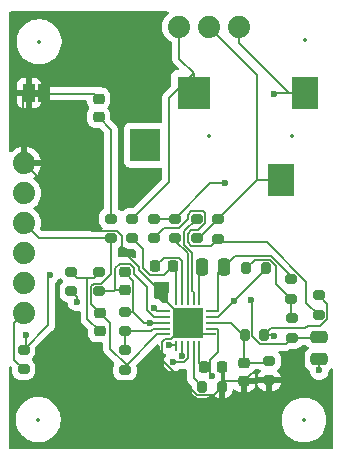
<source format=gtl>
%TF.GenerationSoftware,KiCad,Pcbnew,8.0.8*%
%TF.CreationDate,2025-02-23T18:34:37+05:30*%
%TF.ProjectId,my-template,6d792d74-656d-4706-9c61-74652e6b6963,rev?*%
%TF.SameCoordinates,Original*%
%TF.FileFunction,Copper,L1,Top*%
%TF.FilePolarity,Positive*%
%FSLAX46Y46*%
G04 Gerber Fmt 4.6, Leading zero omitted, Abs format (unit mm)*
G04 Created by KiCad (PCBNEW 8.0.8) date 2025-02-23 18:34:37*
%MOMM*%
%LPD*%
G01*
G04 APERTURE LIST*
G04 Aperture macros list*
%AMRoundRect*
0 Rectangle with rounded corners*
0 $1 Rounding radius*
0 $2 $3 $4 $5 $6 $7 $8 $9 X,Y pos of 4 corners*
0 Add a 4 corners polygon primitive as box body*
4,1,4,$2,$3,$4,$5,$6,$7,$8,$9,$2,$3,0*
0 Add four circle primitives for the rounded corners*
1,1,$1+$1,$2,$3*
1,1,$1+$1,$4,$5*
1,1,$1+$1,$6,$7*
1,1,$1+$1,$8,$9*
0 Add four rect primitives between the rounded corners*
20,1,$1+$1,$2,$3,$4,$5,0*
20,1,$1+$1,$4,$5,$6,$7,0*
20,1,$1+$1,$6,$7,$8,$9,0*
20,1,$1+$1,$8,$9,$2,$3,0*%
G04 Aperture macros list end*
%TA.AperFunction,EtchedComponent*%
%ADD10C,0.000000*%
%TD*%
%TA.AperFunction,SMDPad,CuDef*%
%ADD11RoundRect,0.250000X-0.250000X-0.475000X0.250000X-0.475000X0.250000X0.475000X-0.250000X0.475000X0*%
%TD*%
%TA.AperFunction,SMDPad,CuDef*%
%ADD12RoundRect,0.200000X-0.200000X-0.275000X0.200000X-0.275000X0.200000X0.275000X-0.200000X0.275000X0*%
%TD*%
%TA.AperFunction,SMDPad,CuDef*%
%ADD13RoundRect,0.200000X-0.275000X0.200000X-0.275000X-0.200000X0.275000X-0.200000X0.275000X0.200000X0*%
%TD*%
%TA.AperFunction,SMDPad,CuDef*%
%ADD14R,0.274600X0.804800*%
%TD*%
%TA.AperFunction,SMDPad,CuDef*%
%ADD15R,0.804800X0.274600*%
%TD*%
%TA.AperFunction,SMDPad,CuDef*%
%ADD16R,2.650000X2.650000*%
%TD*%
%TA.AperFunction,SMDPad,CuDef*%
%ADD17RoundRect,0.218750X-0.256250X0.218750X-0.256250X-0.218750X0.256250X-0.218750X0.256250X0.218750X0*%
%TD*%
%TA.AperFunction,SMDPad,CuDef*%
%ADD18RoundRect,0.225000X-0.225000X-0.250000X0.225000X-0.250000X0.225000X0.250000X-0.225000X0.250000X0*%
%TD*%
%TA.AperFunction,ComponentPad*%
%ADD19C,1.879600*%
%TD*%
%TA.AperFunction,SMDPad,CuDef*%
%ADD20RoundRect,0.250000X-0.475000X0.250000X-0.475000X-0.250000X0.475000X-0.250000X0.475000X0.250000X0*%
%TD*%
%TA.AperFunction,SMDPad,CuDef*%
%ADD21R,1.000000X1.500000*%
%TD*%
%TA.AperFunction,SMDPad,CuDef*%
%ADD22RoundRect,0.225000X0.250000X-0.225000X0.250000X0.225000X-0.250000X0.225000X-0.250000X-0.225000X0*%
%TD*%
%TA.AperFunction,SMDPad,CuDef*%
%ADD23RoundRect,0.200000X0.275000X-0.200000X0.275000X0.200000X-0.275000X0.200000X-0.275000X-0.200000X0*%
%TD*%
%TA.AperFunction,SMDPad,CuDef*%
%ADD24R,2.200000X2.800000*%
%TD*%
%TA.AperFunction,SMDPad,CuDef*%
%ADD25R,2.800000X2.800000*%
%TD*%
%TA.AperFunction,SMDPad,CuDef*%
%ADD26R,2.600000X2.800000*%
%TD*%
%TA.AperFunction,SMDPad,CuDef*%
%ADD27RoundRect,0.225000X-0.250000X0.225000X-0.250000X-0.225000X0.250000X-0.225000X0.250000X0.225000X0*%
%TD*%
%TA.AperFunction,ViaPad*%
%ADD28C,0.600000*%
%TD*%
%TA.AperFunction,Conductor*%
%ADD29C,0.150000*%
%TD*%
%ADD30C,0.350000*%
G04 APERTURE END LIST*
D10*
%TA.AperFunction,EtchedComponent*%
%TO.C,JP1*%
G36*
X133080000Y-83580000D02*
G01*
X132580000Y-83580000D01*
X132580000Y-82980000D01*
X133080000Y-82980000D01*
X133080000Y-83580000D01*
G37*
%TD.AperFunction*%
%TD*%
D11*
%TO.P,C4,1*%
%TO.N,/HPDRIVE*%
X146800000Y-97990000D03*
%TO.P,C4,2*%
%TO.N,/HPSENSE*%
X148700000Y-97990000D03*
%TD*%
D12*
%TO.P,R10,1*%
%TO.N,/REFIN*%
X150440000Y-103740000D03*
%TO.P,R10,2*%
%TO.N,+3V3*%
X152090000Y-103740000D03*
%TD*%
D13*
%TO.P,R8,1*%
%TO.N,/REFOUT*%
X140330000Y-101785000D03*
%TO.P,R8,2*%
%TO.N,/OPAMP-*%
X140330000Y-103435000D03*
%TD*%
%TO.P,R13,1*%
%TO.N,/HPSENSE*%
X154380000Y-99050000D03*
%TO.P,R13,2*%
%TO.N,Net-(R11-Pad1)*%
X154380000Y-100700000D03*
%TD*%
D14*
%TO.P,U1,1,HPDRIVE*%
%TO.N,/HPDRIVE*%
X146610001Y-100757601D03*
%TO.P,U1,2,IN+*%
%TO.N,/IN+*%
X146109999Y-100757601D03*
%TO.P,U1,3,IN-*%
%TO.N,/IN-*%
X145610000Y-100757601D03*
%TO.P,U1,4,RLDFB*%
%TO.N,/RLDFB*%
X145110001Y-100757601D03*
%TO.P,U1,5,RLD*%
%TO.N,/RLD*%
X144609999Y-100757601D03*
D15*
%TO.P,U1,6,SW*%
%TO.N,/SW*%
X143657601Y-101709999D03*
%TO.P,U1,7,OPAMP+*%
%TO.N,/OPAMP+*%
X143657601Y-102210001D03*
%TO.P,U1,8,REFOUT*%
%TO.N,/REFOUT*%
X143657601Y-102710000D03*
%TO.P,U1,9,OPAMP-*%
%TO.N,/OPAMP-*%
X143657601Y-103209999D03*
%TO.P,U1,10,OUT*%
%TO.N,/SIGNAL_OUT*%
X143657601Y-103710001D03*
D14*
%TO.P,U1,11,LOD-*%
%TO.N,/LO-*%
X144609999Y-104662399D03*
%TO.P,U1,12,LOD+*%
%TO.N,/LO+*%
X145110001Y-104662399D03*
%TO.P,U1,13,\u002ASDN*%
%TO.N,/SDN*%
X145610000Y-104662399D03*
%TO.P,U1,14,AC/\u002ADC*%
%TO.N,/AC*%
X146109999Y-104662399D03*
%TO.P,U1,15,FR*%
%TO.N,+3V3*%
X146610001Y-104662399D03*
D15*
%TO.P,U1,16,GND*%
%TO.N,GND*%
X147562399Y-103710001D03*
%TO.P,U1,17,VS+*%
%TO.N,+3V3*%
X147562399Y-103209999D03*
%TO.P,U1,18,REFIN*%
%TO.N,/REFIN*%
X147562399Y-102710000D03*
%TO.P,U1,19,IAOUT*%
%TO.N,/IAOUT*%
X147562399Y-102210001D03*
%TO.P,U1,20,HPSENSE*%
%TO.N,/HPSENSE*%
X147562399Y-101709999D03*
D16*
%TO.P,U1,HTAB,EPAD*%
%TO.N,GND*%
X145610000Y-102710000D03*
%TD*%
D17*
%TO.P,D1,1,K*%
%TO.N,Net-(D1-K)*%
X138065100Y-83735000D03*
%TO.P,D1,2,A*%
%TO.N,Net-(D1-A)*%
X138065100Y-85310000D03*
%TD*%
D18*
%TO.P,C5,1*%
%TO.N,+3V3*%
X146955100Y-106455000D03*
%TO.P,C5,2*%
%TO.N,GND*%
X148505100Y-106455000D03*
%TD*%
D12*
%TO.P,R11,1*%
%TO.N,Net-(R11-Pad1)*%
X150560000Y-98100000D03*
%TO.P,R11,2*%
%TO.N,/IAOUT*%
X152210000Y-98100000D03*
%TD*%
D13*
%TO.P,R7,1*%
%TO.N,Net-(C1-Pad1)*%
X138140000Y-98420000D03*
%TO.P,R7,2*%
%TO.N,/OPAMP+*%
X138140000Y-100070000D03*
%TD*%
D19*
%TO.P,J3,1,Pin_1*%
%TO.N,GND*%
X131765100Y-89215000D03*
%TO.P,J3,2,Pin_2*%
%TO.N,+3V3*%
X131765100Y-91755000D03*
%TO.P,J3,3,Pin_3*%
%TO.N,/SIGNAL_OUT*%
X131765100Y-94295000D03*
%TO.P,J3,4,Pin_4*%
%TO.N,/LO-*%
X131765100Y-96835000D03*
%TO.P,J3,5,Pin_5*%
%TO.N,/LO+*%
X131765100Y-99375000D03*
%TO.P,J3,6,Pin_6*%
%TO.N,/SDN*%
X131765100Y-101915000D03*
%TD*%
D13*
%TO.P,R16,1*%
%TO.N,Net-(D1-A)*%
X139116600Y-93905000D03*
%TO.P,R16,2*%
%TO.N,/SIGNAL_OUT*%
X139116600Y-95555000D03*
%TD*%
D18*
%TO.P,C2,1*%
%TO.N,/RLDFB*%
X142860000Y-97930000D03*
%TO.P,C2,2*%
%TO.N,/RLD*%
X144410000Y-97930000D03*
%TD*%
D13*
%TO.P,R3,1*%
%TO.N,/IN+*%
X146363400Y-93925000D03*
%TO.P,R3,2*%
%TO.N,/LA*%
X146363400Y-95575000D03*
%TD*%
D20*
%TO.P,C6,1*%
%TO.N,/SW*%
X156740000Y-103900000D03*
%TO.P,C6,2*%
%TO.N,/REFOUT*%
X156740000Y-105800000D03*
%TD*%
D21*
%TO.P,JP1,1,A*%
%TO.N,GND*%
X132180000Y-83280000D03*
%TO.P,JP1,2,B*%
%TO.N,Net-(D1-K)*%
X133480000Y-83280000D03*
%TD*%
D13*
%TO.P,R15,1*%
%TO.N,+3V3*%
X131715100Y-104995000D03*
%TO.P,R15,2*%
%TO.N,/SDN*%
X131715100Y-106645000D03*
%TD*%
%TO.P,R6,1*%
%TO.N,Net-(C1-Pad1)*%
X135750000Y-98400000D03*
%TO.P,R6,2*%
%TO.N,/IAOUT*%
X135750000Y-100050000D03*
%TD*%
%TO.P,R5,1*%
%TO.N,/RL*%
X140928300Y-93905000D03*
%TO.P,R5,2*%
%TO.N,/RLD*%
X140928300Y-95555000D03*
%TD*%
%TO.P,R1,1*%
%TO.N,/LA*%
X148175100Y-93935000D03*
%TO.P,R1,2*%
%TO.N,Net-(R1-Pad2)*%
X148175100Y-95585000D03*
%TD*%
%TO.P,R14,1*%
%TO.N,/REFIN*%
X152520000Y-105940000D03*
%TO.P,R14,2*%
%TO.N,GND*%
X152520000Y-107590000D03*
%TD*%
D22*
%TO.P,C1,1*%
%TO.N,Net-(C1-Pad1)*%
X138170000Y-103430000D03*
%TO.P,C1,2*%
%TO.N,/SIGNAL_OUT*%
X138170000Y-101880000D03*
%TD*%
D23*
%TO.P,R2,1*%
%TO.N,Net-(R1-Pad2)*%
X142740000Y-95550000D03*
%TO.P,R2,2*%
%TO.N,/RA*%
X142740000Y-93900000D03*
%TD*%
D13*
%TO.P,R17,1*%
%TO.N,+3V3*%
X156700000Y-100380000D03*
%TO.P,R17,2*%
%TO.N,Net-(R1-Pad2)*%
X156700000Y-102030000D03*
%TD*%
D24*
%TO.P,J2,1*%
%TO.N,/RA*%
X155515100Y-83225000D03*
D25*
%TO.P,J2,2*%
%TO.N,/RL*%
X146115100Y-83225000D03*
D24*
%TO.P,J2,3*%
%TO.N,/LA*%
X153515100Y-90625000D03*
D26*
%TO.P,J2,4*%
%TO.N,unconnected-(J2-Pad4)*%
X142015100Y-87675000D03*
%TD*%
D23*
%TO.P,R4,1*%
%TO.N,/IN-*%
X144551700Y-95545000D03*
%TO.P,R4,2*%
%TO.N,/RA*%
X144551700Y-93895000D03*
%TD*%
D19*
%TO.P,J1,1,Pin_1*%
%TO.N,/RL*%
X144905100Y-77675000D03*
%TO.P,J1,2,Pin_2*%
%TO.N,/LA*%
X147445100Y-77675000D03*
%TO.P,J1,3,Pin_3*%
%TO.N,/RA*%
X149985100Y-77675000D03*
%TD*%
D12*
%TO.P,R19,1*%
%TO.N,/AC*%
X146855100Y-108125000D03*
%TO.P,R19,2*%
%TO.N,GND*%
X148505100Y-108125000D03*
%TD*%
D23*
%TO.P,R12,1*%
%TO.N,/SW*%
X154430000Y-104000000D03*
%TO.P,R12,2*%
%TO.N,Net-(R11-Pad1)*%
X154430000Y-102350000D03*
%TD*%
D13*
%TO.P,R9,1*%
%TO.N,/OPAMP-*%
X140310000Y-105045000D03*
%TO.P,R9,2*%
%TO.N,/SIGNAL_OUT*%
X140310000Y-106695000D03*
%TD*%
D22*
%TO.P,C3,1*%
%TO.N,/OPAMP+*%
X140290000Y-99970000D03*
%TO.P,C3,2*%
%TO.N,/REFOUT*%
X140290000Y-98420000D03*
%TD*%
D27*
%TO.P,C7,1*%
%TO.N,/REFIN*%
X150370000Y-106100000D03*
%TO.P,C7,2*%
%TO.N,GND*%
X150370000Y-107650000D03*
%TD*%
D28*
%TO.N,/REFOUT*%
X142450700Y-102710000D03*
X156740000Y-106756100D03*
%TO.N,+3V3*%
X147680500Y-107203300D03*
X152948200Y-103866900D03*
X133944382Y-98705718D03*
X131936800Y-103768900D03*
%TO.N,/SW*%
X142791500Y-101462100D03*
X151005100Y-100805000D03*
%TO.N,/RA*%
X152895100Y-83315000D03*
X148795100Y-90915000D03*
%TO.N,/SDN*%
X144370862Y-106048600D03*
%TO.N,/LO-*%
X144016600Y-104602800D03*
%TO.N,/LO+*%
X145108400Y-105523600D03*
%TO.N,/IAOUT*%
X136233600Y-100921400D03*
X149507100Y-100894300D03*
%TD*%
D29*
%TO.N,/SIGNAL_OUT*%
X138303000Y-99408800D02*
X137647800Y-99408800D01*
X138170000Y-101880000D02*
X139043900Y-102753900D01*
X131765100Y-94295000D02*
X133025100Y-95555000D01*
X139116600Y-98595200D02*
X138303000Y-99408800D01*
X140310000Y-106695000D02*
X140310000Y-106428500D01*
X133025100Y-95555000D02*
X139116600Y-95555000D01*
X140438900Y-106299600D02*
X143028500Y-103710000D01*
X137647800Y-99408800D02*
X137429500Y-99627100D01*
X139043900Y-104904700D02*
X140438900Y-106299600D01*
X140310000Y-106428500D02*
X140438900Y-106299600D01*
X139116600Y-95555000D02*
X139116600Y-98595200D01*
X137429500Y-101139500D02*
X138170000Y-101880000D01*
X137429500Y-99627100D02*
X137429500Y-101139500D01*
X139043900Y-102753900D02*
X139043900Y-104904700D01*
X143657600Y-103710000D02*
X143028500Y-103710000D01*
%TO.N,Net-(C1-Pad1)*%
X137127800Y-102387800D02*
X138170000Y-103430000D01*
X137127800Y-98912000D02*
X137127800Y-102387800D01*
X137127800Y-98912000D02*
X137648000Y-98912000D01*
X135750000Y-98400000D02*
X136262000Y-98912000D01*
X136262000Y-98912000D02*
X137127800Y-98912000D01*
X137648000Y-98912000D02*
X138140000Y-98420000D01*
%TO.N,/RLDFB*%
X143574700Y-97215300D02*
X144870400Y-97215300D01*
X142860000Y-97930000D02*
X143574700Y-97215300D01*
X144870400Y-97215300D02*
X145110000Y-97454900D01*
X145110000Y-97454900D02*
X145110000Y-100757600D01*
%TO.N,/RLD*%
X141817600Y-96444300D02*
X140928300Y-95555000D01*
X144610000Y-98130000D02*
X144610000Y-100757600D01*
X144410000Y-97930000D02*
X144610000Y-98130000D01*
X144410000Y-97930000D02*
X143647300Y-98692700D01*
X141817600Y-98061800D02*
X141817600Y-96444300D01*
X143647300Y-98692700D02*
X142448500Y-98692700D01*
X142448500Y-98692700D02*
X141817600Y-98061800D01*
%TO.N,/OPAMP+*%
X142794600Y-102210000D02*
X143028500Y-102210000D01*
X139849000Y-97736300D02*
X140766400Y-97736300D01*
X141108000Y-98632500D02*
X142185800Y-99710300D01*
X143657600Y-102210000D02*
X143028500Y-102210000D01*
X140290000Y-99970000D02*
X139502800Y-99970000D01*
X139502800Y-99970000D02*
X139502800Y-98082500D01*
X141108000Y-98077900D02*
X141108000Y-98632500D01*
X140766400Y-97736300D02*
X141108000Y-98077900D01*
X142185800Y-101601200D02*
X142794600Y-102210000D01*
X139502800Y-98082500D02*
X139849000Y-97736300D01*
X142185800Y-99710300D02*
X142185800Y-101601200D01*
X139402800Y-100070000D02*
X139502800Y-99970000D01*
X138140000Y-100070000D02*
X139402800Y-100070000D01*
%TO.N,/REFOUT*%
X156740000Y-105800000D02*
X156740000Y-106756100D01*
X141947200Y-102710000D02*
X142450700Y-102710000D01*
X141022200Y-101785000D02*
X141947200Y-102710000D01*
X140330000Y-101785000D02*
X141022200Y-101785000D01*
X140290000Y-98420000D02*
X141022200Y-99152200D01*
X141022200Y-99152200D02*
X141022200Y-101785000D01*
X143657600Y-102710000D02*
X142450700Y-102710000D01*
%TO.N,/HPSENSE*%
X148700000Y-97990000D02*
X149646700Y-97043300D01*
X148191500Y-98498500D02*
X148700000Y-97990000D01*
X148191500Y-101710000D02*
X148191500Y-98498500D01*
X154380000Y-98723900D02*
X154380000Y-99050000D01*
X149646700Y-97043300D02*
X152699400Y-97043300D01*
X152699400Y-97043300D02*
X154380000Y-98723900D01*
X147562400Y-101710000D02*
X148191500Y-101710000D01*
%TO.N,/HPDRIVE*%
X146610000Y-98180000D02*
X146800000Y-97990000D01*
X146610000Y-100757600D02*
X146610000Y-98180000D01*
%TO.N,+3V3*%
X146955100Y-106455000D02*
X147497500Y-106455000D01*
X148191500Y-105218600D02*
X147497500Y-105912600D01*
X133795100Y-98855000D02*
X133795100Y-102915000D01*
X157437700Y-101117700D02*
X157437700Y-102387300D01*
X156700000Y-100380000D02*
X157437700Y-101117700D01*
X147562400Y-103210000D02*
X148191500Y-103210000D01*
X152655000Y-103175000D02*
X152090000Y-103740000D01*
X147497500Y-105912600D02*
X147497500Y-106455000D01*
X155589800Y-103175000D02*
X152655000Y-103175000D01*
X152948200Y-103866900D02*
X152821300Y-103740000D01*
X133795100Y-102915000D02*
X131715100Y-104995000D01*
X155788800Y-102976000D02*
X155589800Y-103175000D01*
X147497500Y-107020300D02*
X147680500Y-107203300D01*
X146610000Y-106109900D02*
X146610000Y-104662400D01*
X146955100Y-106455000D02*
X146610000Y-106109900D01*
X156849000Y-102976000D02*
X155788800Y-102976000D01*
X148191500Y-103210000D02*
X148191500Y-105218600D01*
X147497500Y-106455000D02*
X147497500Y-107020300D01*
X131936800Y-104773300D02*
X131715100Y-104995000D01*
X131936800Y-103768900D02*
X131936800Y-104773300D01*
X152821300Y-103740000D02*
X152090000Y-103740000D01*
X133944382Y-98705718D02*
X133795100Y-98855000D01*
X157437700Y-102387300D02*
X156849000Y-102976000D01*
%TO.N,GND*%
X154430000Y-107590000D02*
X152520000Y-107590000D01*
X143705600Y-104076100D02*
X144243900Y-104076100D01*
X151380000Y-109860000D02*
X151390000Y-109870000D01*
X140066200Y-96522300D02*
X140066200Y-95402900D01*
X151070000Y-106950000D02*
X151380000Y-106950000D01*
X143447100Y-105867300D02*
X143447100Y-104334600D01*
X151390000Y-109870000D02*
X152150000Y-109870000D01*
X139589300Y-94926000D02*
X137476100Y-94926000D01*
X142830500Y-99586100D02*
X141515900Y-98271500D01*
X152150000Y-109870000D02*
X154430000Y-107590000D01*
X147562400Y-103710000D02*
X146610000Y-103710000D01*
X151380000Y-106950000D02*
X151380000Y-109860000D01*
X148505100Y-107650000D02*
X148505100Y-108125000D01*
X150370000Y-107650000D02*
X151070000Y-106950000D01*
X143447100Y-104334600D02*
X143705600Y-104076100D01*
X140066200Y-95402900D02*
X139589300Y-94926000D01*
X144243900Y-104076100D02*
X145610000Y-102710000D01*
X145610000Y-102710000D02*
X142830500Y-99930500D01*
X131645100Y-89095000D02*
X131765100Y-89215000D01*
X146610000Y-103710000D02*
X145610000Y-102710000D01*
X147802400Y-108827700D02*
X146407500Y-108827700D01*
X142830500Y-99930500D02*
X142830500Y-99586100D01*
X148505100Y-107650000D02*
X148505100Y-106455000D01*
X148505100Y-108125000D02*
X147802400Y-108827700D01*
X141515900Y-97972000D02*
X140066200Y-96522300D01*
X146407500Y-108827700D02*
X143447100Y-105867300D01*
X137476100Y-94926000D02*
X131765100Y-89215000D01*
X148505100Y-107650000D02*
X150370000Y-107650000D01*
X141515900Y-98271500D02*
X141515900Y-97972000D01*
X131645100Y-83315000D02*
X131645100Y-89095000D01*
%TO.N,/SW*%
X151065000Y-100864900D02*
X151065000Y-103807300D01*
X143028500Y-101699100D02*
X143028500Y-101710000D01*
X151065000Y-103807300D02*
X151762400Y-104504700D01*
X142791500Y-101462100D02*
X143028500Y-101699100D01*
X156740000Y-103900000D02*
X156640000Y-104000000D01*
X143657600Y-101710000D02*
X143028500Y-101710000D01*
X153925300Y-104504700D02*
X154430000Y-104000000D01*
X151762400Y-104504700D02*
X153925300Y-104504700D01*
X156640000Y-104000000D02*
X154430000Y-104000000D01*
X151005100Y-100805000D02*
X151065000Y-100864900D01*
%TO.N,/REFIN*%
X152520000Y-105940000D02*
X152360000Y-106100000D01*
X147562400Y-102710000D02*
X149270000Y-102710000D01*
X152360000Y-106100000D02*
X150370000Y-106100000D01*
X149270000Y-102710000D02*
X150370000Y-103810000D01*
X150370000Y-106100000D02*
X150370000Y-103810000D01*
X150370000Y-103810000D02*
X150440000Y-103740000D01*
%TO.N,Net-(D1-A)*%
X139116600Y-86361500D02*
X139116600Y-93905000D01*
X138065100Y-85310000D02*
X139116600Y-86361500D01*
%TO.N,Net-(D1-K)*%
X137645100Y-83315000D02*
X138065100Y-83735000D01*
X132945100Y-83315000D02*
X137645100Y-83315000D01*
%TO.N,/RA*%
X142745000Y-93895000D02*
X142740000Y-93900000D01*
X149985100Y-79021700D02*
X154188400Y-83225000D01*
X147531700Y-90915000D02*
X148795100Y-90915000D01*
X149985100Y-77675000D02*
X149985100Y-79021700D01*
X152895100Y-83315000D02*
X152985100Y-83225000D01*
X144551700Y-93895000D02*
X147531700Y-90915000D01*
X155515100Y-83225000D02*
X154188400Y-83225000D01*
X152985100Y-83225000D02*
X155515100Y-83225000D01*
X144551700Y-93895000D02*
X142745000Y-93895000D01*
%TO.N,/RL*%
X146115100Y-83225000D02*
X146115100Y-81598300D01*
X144055800Y-90777500D02*
X140928300Y-93905000D01*
X144905100Y-77675000D02*
X144905100Y-80388300D01*
X144905100Y-80388300D02*
X146115100Y-81598300D01*
X144055800Y-83657600D02*
X144055800Y-90777500D01*
X146115100Y-81598300D02*
X144055800Y-83657600D01*
%TO.N,/LA*%
X148175100Y-93935000D02*
X151485100Y-90625000D01*
X146363400Y-95575000D02*
X146535100Y-95575000D01*
X151485100Y-81715000D02*
X151485100Y-90625000D01*
X147445100Y-77675000D02*
X151485100Y-81715000D01*
X151485100Y-90625000D02*
X153515100Y-90625000D01*
X146535100Y-95575000D02*
X148175100Y-93935000D01*
%TO.N,/SDN*%
X145635200Y-104687600D02*
X145610000Y-104662400D01*
X131765100Y-101915000D02*
X130933300Y-102746800D01*
X130933300Y-102746800D02*
X130933300Y-105863200D01*
X145635200Y-105739263D02*
X145635200Y-104687600D01*
X145325863Y-106048600D02*
X145635200Y-105739263D01*
X130933300Y-105863200D02*
X131715100Y-106645000D01*
X144370862Y-106048600D02*
X145325863Y-106048600D01*
%TO.N,/LO-*%
X144610000Y-104662400D02*
X144550400Y-104602800D01*
X144550400Y-104602800D02*
X144016600Y-104602800D01*
%TO.N,/LO+*%
X145110000Y-105522000D02*
X145108400Y-105523600D01*
X145110000Y-104662400D02*
X145110000Y-105522000D01*
%TO.N,Net-(R1-Pad2)*%
X145934300Y-94893500D02*
X145610200Y-95217600D01*
X145911300Y-96211000D02*
X147549100Y-96211000D01*
X142740000Y-95550000D02*
X143570000Y-94720000D01*
X143570000Y-94720000D02*
X144864800Y-94720000D01*
X145610400Y-93974400D02*
X145610400Y-93561700D01*
X148175100Y-95585000D02*
X148490700Y-95900600D01*
X147549100Y-96211000D02*
X148175100Y-95585000D01*
X146474500Y-94893500D02*
X145934300Y-94893500D01*
X144864800Y-94720000D02*
X145610400Y-93974400D01*
X155674100Y-101004100D02*
X156700000Y-102030000D01*
X155674100Y-99260700D02*
X155674100Y-101004100D01*
X146883700Y-93268600D02*
X147068100Y-93453000D01*
X145610400Y-93561700D02*
X145903500Y-93268600D01*
X152314100Y-95900700D02*
X155674100Y-99260700D01*
X147068100Y-94299900D02*
X146474500Y-94893500D01*
X148490700Y-95900700D02*
X152314100Y-95900700D01*
X145610200Y-95909900D02*
X145911300Y-96211000D01*
X148490700Y-95900600D02*
X148490700Y-95900700D01*
X147068100Y-93453000D02*
X147068100Y-94299900D01*
X145610200Y-95217600D02*
X145610200Y-95909900D01*
X145903500Y-93268600D02*
X146883700Y-93268600D01*
%TO.N,/IN+*%
X145991200Y-100009700D02*
X146110000Y-100128500D01*
X146110000Y-100757600D02*
X146110000Y-100128500D01*
X146363400Y-93925000D02*
X145308500Y-94979900D01*
X145308500Y-96101200D02*
X145991200Y-96783900D01*
X145991200Y-96783900D02*
X145991200Y-100009700D01*
X145308500Y-94979900D02*
X145308500Y-96101200D01*
%TO.N,/IN-*%
X144551700Y-95545000D02*
X144551700Y-95771200D01*
X145610000Y-96829500D02*
X145610000Y-100757600D01*
X144551700Y-95771200D02*
X145610000Y-96829500D01*
%TO.N,/IAOUT*%
X152210000Y-98191400D02*
X152210000Y-98100000D01*
X148191500Y-102210000D02*
X149507100Y-100894400D01*
X135750000Y-100050000D02*
X136233600Y-100533600D01*
X136233600Y-100533600D02*
X136233600Y-100921400D01*
X147562400Y-102210000D02*
X148191500Y-102210000D01*
X149507100Y-100894400D02*
X149507100Y-100894300D01*
X149507100Y-100894300D02*
X152210000Y-98191400D01*
%TO.N,/OPAMP-*%
X140330000Y-103435000D02*
X142470600Y-103435000D01*
X142470600Y-103435000D02*
X142695600Y-103210000D01*
X140330000Y-105025000D02*
X140330000Y-103435000D01*
X140310000Y-105045000D02*
X140330000Y-105025000D01*
X142695600Y-103210000D02*
X143657600Y-103210000D01*
%TO.N,Net-(R11-Pad1)*%
X154430000Y-102350000D02*
X154380000Y-102300000D01*
X153113200Y-99433200D02*
X153113200Y-97921800D01*
X152563700Y-97372300D02*
X151287700Y-97372300D01*
X154380000Y-102300000D02*
X154380000Y-100700000D01*
X154380000Y-100700000D02*
X153113200Y-99433200D01*
X151287700Y-97372300D02*
X150560000Y-98100000D01*
X153113200Y-97921800D02*
X152563700Y-97372300D01*
%TO.N,/AC*%
X146110000Y-107379900D02*
X146855100Y-108125000D01*
X146110000Y-105291500D02*
X146110000Y-107379900D01*
X146110000Y-104662400D02*
X146110000Y-105291500D01*
%TD*%
%TA.AperFunction,Conductor*%
%TO.N,GND*%
G36*
X134853312Y-98960710D02*
G01*
X134902237Y-99006583D01*
X134919528Y-99035185D01*
X134919531Y-99035189D01*
X135021661Y-99137319D01*
X135055146Y-99198642D01*
X135050162Y-99268334D01*
X135021661Y-99312681D01*
X134919531Y-99414810D01*
X134919530Y-99414811D01*
X134831522Y-99560393D01*
X134780913Y-99722807D01*
X134775782Y-99779275D01*
X134774500Y-99793384D01*
X134774500Y-100306616D01*
X134774994Y-100312051D01*
X134780913Y-100377192D01*
X134780913Y-100377194D01*
X134780914Y-100377196D01*
X134831522Y-100539606D01*
X134914417Y-100676731D01*
X134919530Y-100685188D01*
X135039811Y-100805469D01*
X135039813Y-100805470D01*
X135039815Y-100805472D01*
X135185394Y-100893478D01*
X135347804Y-100944086D01*
X135347808Y-100944086D01*
X135354068Y-100946037D01*
X135353348Y-100948346D01*
X135405519Y-100975637D01*
X135440092Y-101036353D01*
X135442635Y-101050985D01*
X135448230Y-101100649D01*
X135448231Y-101100654D01*
X135507811Y-101270923D01*
X135579591Y-101385159D01*
X135603784Y-101423662D01*
X135731338Y-101551216D01*
X135884078Y-101647189D01*
X135903806Y-101654092D01*
X136054345Y-101706768D01*
X136054350Y-101706769D01*
X136233596Y-101726965D01*
X136233600Y-101726965D01*
X136233603Y-101726965D01*
X136367283Y-101711902D01*
X136412855Y-101706768D01*
X136412855Y-101706767D01*
X136414416Y-101706592D01*
X136483238Y-101718646D01*
X136534618Y-101765995D01*
X136552300Y-101829812D01*
X136552300Y-102312034D01*
X136552300Y-102463566D01*
X136566212Y-102515486D01*
X136591519Y-102609936D01*
X136612485Y-102646249D01*
X136667285Y-102741165D01*
X136667287Y-102741167D01*
X137158181Y-103232061D01*
X137191666Y-103293384D01*
X137194500Y-103319742D01*
X137194500Y-103703337D01*
X137194501Y-103703355D01*
X137204650Y-103802707D01*
X137204651Y-103802710D01*
X137257996Y-103963694D01*
X137258001Y-103963705D01*
X137347029Y-104108040D01*
X137347032Y-104108044D01*
X137466955Y-104227967D01*
X137466959Y-104227970D01*
X137611294Y-104316998D01*
X137611297Y-104316999D01*
X137611303Y-104317003D01*
X137772292Y-104370349D01*
X137871655Y-104380500D01*
X138344400Y-104380499D01*
X138411439Y-104400183D01*
X138457194Y-104452987D01*
X138468400Y-104504499D01*
X138468400Y-104821329D01*
X138468397Y-104821379D01*
X138468397Y-104828952D01*
X138468397Y-104828954D01*
X138468399Y-104865186D01*
X138468400Y-104893785D01*
X138468400Y-104980472D01*
X138468403Y-104980489D01*
X138487014Y-105049936D01*
X138487015Y-105049940D01*
X138507621Y-105126844D01*
X138507627Y-105126854D01*
X138537330Y-105178297D01*
X138537331Y-105178300D01*
X138583390Y-105258074D01*
X138632438Y-105307119D01*
X138632453Y-105307133D01*
X138695494Y-105370174D01*
X138695525Y-105370202D01*
X139375287Y-106049914D01*
X139408774Y-106111235D01*
X139403792Y-106180927D01*
X139393728Y-106201744D01*
X139391523Y-106205390D01*
X139340913Y-106367807D01*
X139334500Y-106438386D01*
X139334500Y-106951613D01*
X139340913Y-107022192D01*
X139340913Y-107022194D01*
X139340914Y-107022196D01*
X139391522Y-107184606D01*
X139471329Y-107316623D01*
X139479530Y-107330188D01*
X139599811Y-107450469D01*
X139599813Y-107450470D01*
X139599815Y-107450472D01*
X139745394Y-107538478D01*
X139907804Y-107589086D01*
X139978384Y-107595500D01*
X139978387Y-107595500D01*
X140641613Y-107595500D01*
X140641616Y-107595500D01*
X140712196Y-107589086D01*
X140874606Y-107538478D01*
X141020185Y-107450472D01*
X141140472Y-107330185D01*
X141228478Y-107184606D01*
X141279086Y-107022196D01*
X141285500Y-106951616D01*
X141285500Y-106438384D01*
X141279086Y-106367804D01*
X141278933Y-106367313D01*
X141278927Y-106367008D01*
X141277806Y-106361368D01*
X141278831Y-106361163D01*
X141277781Y-106297453D01*
X141309635Y-106242743D01*
X143002489Y-104549889D01*
X143063810Y-104516406D01*
X143133502Y-104521390D01*
X143189435Y-104563262D01*
X143213388Y-104623689D01*
X143231230Y-104782049D01*
X143231231Y-104782054D01*
X143290811Y-104952323D01*
X143371162Y-105080200D01*
X143386784Y-105105062D01*
X143514338Y-105232616D01*
X143667078Y-105328589D01*
X143680433Y-105333262D01*
X143696905Y-105339026D01*
X143753681Y-105379747D01*
X143779430Y-105444699D01*
X143765975Y-105513261D01*
X143743645Y-105543738D01*
X143741046Y-105546337D01*
X143645073Y-105699076D01*
X143585493Y-105869345D01*
X143585492Y-105869350D01*
X143565297Y-106048596D01*
X143565297Y-106048603D01*
X143585492Y-106227849D01*
X143585493Y-106227854D01*
X143645073Y-106398123D01*
X143720810Y-106518657D01*
X143741046Y-106550862D01*
X143868600Y-106678416D01*
X144021340Y-106774389D01*
X144186037Y-106832019D01*
X144191607Y-106833968D01*
X144191612Y-106833969D01*
X144370858Y-106854165D01*
X144370862Y-106854165D01*
X144370866Y-106854165D01*
X144550111Y-106833969D01*
X144550114Y-106833968D01*
X144550117Y-106833968D01*
X144720384Y-106774389D01*
X144873124Y-106678416D01*
X144891121Y-106660419D01*
X144952444Y-106626934D01*
X144978802Y-106624100D01*
X145409756Y-106624100D01*
X145409756Y-106627472D01*
X145463343Y-106635825D01*
X145515601Y-106682202D01*
X145534500Y-106748002D01*
X145534500Y-107304134D01*
X145534500Y-107455666D01*
X145543292Y-107488477D01*
X145573719Y-107602036D01*
X145611602Y-107667650D01*
X145649485Y-107733265D01*
X145649487Y-107733267D01*
X145918281Y-108002061D01*
X145951766Y-108063384D01*
X145954600Y-108089742D01*
X145954600Y-108456613D01*
X145961013Y-108527192D01*
X145961013Y-108527194D01*
X145961014Y-108527196D01*
X146011622Y-108689606D01*
X146093158Y-108824483D01*
X146099630Y-108835188D01*
X146219911Y-108955469D01*
X146219913Y-108955470D01*
X146219915Y-108955472D01*
X146365494Y-109043478D01*
X146527904Y-109094086D01*
X146598484Y-109100500D01*
X146598487Y-109100500D01*
X147111713Y-109100500D01*
X147111716Y-109100500D01*
X147182296Y-109094086D01*
X147344706Y-109043478D01*
X147490285Y-108955472D01*
X147592773Y-108852983D01*
X147654094Y-108819499D01*
X147723785Y-108824483D01*
X147768134Y-108852984D01*
X147870222Y-108955072D01*
X148015704Y-109043019D01*
X148015703Y-109043019D01*
X148177994Y-109093590D01*
X148177993Y-109093590D01*
X148248508Y-109099998D01*
X148248526Y-109099999D01*
X148255099Y-109099998D01*
X148255100Y-109099998D01*
X148255100Y-107812140D01*
X148274785Y-107745101D01*
X148291419Y-107724459D01*
X148310316Y-107705562D01*
X148406289Y-107552822D01*
X148465868Y-107382555D01*
X148470663Y-107340000D01*
X148486065Y-107203303D01*
X148486065Y-107203296D01*
X148465869Y-107024050D01*
X148465868Y-107024045D01*
X148406288Y-106853776D01*
X148358702Y-106778044D01*
X148310316Y-106701038D01*
X148291419Y-106682141D01*
X148257934Y-106620818D01*
X148255100Y-106594460D01*
X148255100Y-106579000D01*
X148274785Y-106511961D01*
X148327589Y-106466206D01*
X148379100Y-106455000D01*
X148631100Y-106455000D01*
X148698139Y-106474685D01*
X148743894Y-106527489D01*
X148755100Y-106579000D01*
X148755100Y-109099999D01*
X148761681Y-109099999D01*
X148832202Y-109093591D01*
X148832207Y-109093590D01*
X148994496Y-109043018D01*
X149139977Y-108955072D01*
X149260172Y-108834877D01*
X149348119Y-108689395D01*
X149398690Y-108527105D01*
X149403728Y-108471666D01*
X149429398Y-108406682D01*
X149486125Y-108365893D01*
X149555900Y-108362248D01*
X149614900Y-108395205D01*
X149667267Y-108447572D01*
X149667271Y-108447575D01*
X149811507Y-108536542D01*
X149811518Y-108536547D01*
X149972393Y-108589855D01*
X150071683Y-108599999D01*
X150620000Y-108599999D01*
X150668308Y-108599999D01*
X150668322Y-108599998D01*
X150767607Y-108589855D01*
X150928481Y-108536547D01*
X150928492Y-108536542D01*
X151072728Y-108447575D01*
X151072732Y-108447572D01*
X151192572Y-108327732D01*
X151192575Y-108327728D01*
X151281542Y-108183492D01*
X151281547Y-108183481D01*
X151334855Y-108022607D01*
X151334883Y-108022340D01*
X151334946Y-108022183D01*
X151336273Y-108015988D01*
X151337377Y-108016224D01*
X151361271Y-107957645D01*
X151411784Y-107922164D01*
X151403354Y-107923377D01*
X151387190Y-107915995D01*
X151454691Y-107915995D01*
X151488257Y-107914615D01*
X151548538Y-107949941D01*
X151576627Y-107998035D01*
X151601981Y-108079397D01*
X151689927Y-108224877D01*
X151810122Y-108345072D01*
X151955604Y-108433019D01*
X151955603Y-108433019D01*
X152117894Y-108483590D01*
X152117892Y-108483590D01*
X152188418Y-108489999D01*
X152770000Y-108489999D01*
X152851581Y-108489999D01*
X152922102Y-108483591D01*
X152922107Y-108483590D01*
X153084396Y-108433018D01*
X153229877Y-108345072D01*
X153350072Y-108224877D01*
X153438019Y-108079395D01*
X153488590Y-107917106D01*
X153495000Y-107846572D01*
X153495000Y-107840000D01*
X152770000Y-107840000D01*
X152770000Y-108489999D01*
X152188418Y-108489999D01*
X152269999Y-108489998D01*
X152270000Y-108489998D01*
X152270000Y-107840000D01*
X151545001Y-107840000D01*
X151528638Y-107856362D01*
X151525316Y-107867678D01*
X151472512Y-107913433D01*
X151454691Y-107915995D01*
X151387190Y-107915995D01*
X151352165Y-107900000D01*
X150620000Y-107900000D01*
X150620000Y-108599999D01*
X150071683Y-108599999D01*
X150119999Y-108599998D01*
X150120000Y-108599998D01*
X150120000Y-107774000D01*
X150139685Y-107706961D01*
X150192489Y-107661206D01*
X150244000Y-107650000D01*
X150370000Y-107650000D01*
X150370000Y-107524000D01*
X150389685Y-107456961D01*
X150442489Y-107411206D01*
X150494000Y-107400000D01*
X151344999Y-107400000D01*
X151361361Y-107383637D01*
X151364684Y-107372322D01*
X151417488Y-107326567D01*
X151442984Y-107322901D01*
X151387139Y-107313930D01*
X151335097Y-107267311D01*
X151322797Y-107241003D01*
X151281548Y-107116520D01*
X151281542Y-107116507D01*
X151192575Y-106972271D01*
X151192572Y-106972267D01*
X151183339Y-106963034D01*
X151149854Y-106901711D01*
X151154838Y-106832019D01*
X151183343Y-106787668D01*
X151192968Y-106778044D01*
X151219887Y-106734402D01*
X151271835Y-106687678D01*
X151325425Y-106675500D01*
X151670188Y-106675500D01*
X151737227Y-106695185D01*
X151782982Y-106747989D01*
X151792926Y-106817147D01*
X151763901Y-106880703D01*
X151757869Y-106887181D01*
X151689928Y-106955121D01*
X151689927Y-106955122D01*
X151601981Y-107100603D01*
X151558888Y-107238891D01*
X151520150Y-107297039D01*
X151469772Y-107319049D01*
X151486646Y-107316623D01*
X151537835Y-107340000D01*
X153494999Y-107340000D01*
X153494999Y-107333417D01*
X153488591Y-107262897D01*
X153488590Y-107262892D01*
X153438018Y-107100603D01*
X153350072Y-106955122D01*
X153247984Y-106853034D01*
X153214499Y-106791711D01*
X153219483Y-106722019D01*
X153247983Y-106677673D01*
X153350472Y-106575185D01*
X153438478Y-106429606D01*
X153489086Y-106267196D01*
X153495500Y-106196616D01*
X153495500Y-105683384D01*
X153489086Y-105612804D01*
X153438478Y-105450394D01*
X153350472Y-105304815D01*
X153350470Y-105304813D01*
X153350469Y-105304811D01*
X153337539Y-105291881D01*
X153304054Y-105230558D01*
X153309038Y-105160866D01*
X153350910Y-105104933D01*
X153416374Y-105080516D01*
X153425220Y-105080200D01*
X154001064Y-105080200D01*
X154001066Y-105080200D01*
X154147435Y-105040981D01*
X154278665Y-104965215D01*
X154307061Y-104936819D01*
X154368384Y-104903334D01*
X154394742Y-104900500D01*
X154761613Y-104900500D01*
X154761616Y-104900500D01*
X154832196Y-104894086D01*
X154994606Y-104843478D01*
X155140185Y-104755472D01*
X155260472Y-104635185D01*
X155260474Y-104635180D01*
X155265094Y-104629285D01*
X155266117Y-104630087D01*
X155311904Y-104588160D01*
X155366489Y-104575500D01*
X155578132Y-104575500D01*
X155645171Y-104595185D01*
X155666346Y-104614383D01*
X155667181Y-104613549D01*
X155796346Y-104742714D01*
X155799182Y-104744463D01*
X155800717Y-104746170D01*
X155802011Y-104747193D01*
X155801836Y-104747414D01*
X155845905Y-104796411D01*
X155857126Y-104865374D01*
X155829282Y-104929456D01*
X155799182Y-104955537D01*
X155796346Y-104957285D01*
X155672289Y-105081342D01*
X155580187Y-105230663D01*
X155580185Y-105230668D01*
X155556542Y-105302019D01*
X155525001Y-105397203D01*
X155525001Y-105397204D01*
X155525000Y-105397204D01*
X155514500Y-105499983D01*
X155514500Y-106100001D01*
X155514501Y-106100019D01*
X155525000Y-106202796D01*
X155525001Y-106202799D01*
X155577478Y-106361163D01*
X155580186Y-106369334D01*
X155672288Y-106518656D01*
X155796344Y-106642712D01*
X155879653Y-106694097D01*
X155926376Y-106746044D01*
X155937775Y-106785751D01*
X155954630Y-106935350D01*
X155954631Y-106935354D01*
X156014211Y-107105623D01*
X156099277Y-107241003D01*
X156110184Y-107258362D01*
X156237738Y-107385916D01*
X156390478Y-107481889D01*
X156552197Y-107538477D01*
X156560745Y-107541468D01*
X156560750Y-107541469D01*
X156739996Y-107561665D01*
X156740000Y-107561665D01*
X156740004Y-107561665D01*
X156919249Y-107541469D01*
X156919252Y-107541468D01*
X156919255Y-107541468D01*
X157089522Y-107481889D01*
X157242262Y-107385916D01*
X157369816Y-107258362D01*
X157465789Y-107105622D01*
X157525368Y-106935355D01*
X157529170Y-106901616D01*
X157538687Y-106817147D01*
X157542224Y-106785750D01*
X157569290Y-106721337D01*
X157600343Y-106694099D01*
X157683656Y-106642712D01*
X157717819Y-106608549D01*
X157779142Y-106575064D01*
X157848834Y-106580048D01*
X157904767Y-106621920D01*
X157929184Y-106687384D01*
X157929500Y-106696230D01*
X157929500Y-113293101D01*
X157909815Y-113360140D01*
X157857011Y-113405895D01*
X157805500Y-113417101D01*
X130614500Y-113417101D01*
X130547461Y-113397416D01*
X130501706Y-113344612D01*
X130490500Y-113293101D01*
X130490500Y-110790375D01*
X131063600Y-110790375D01*
X131063600Y-111039624D01*
X131063601Y-111039641D01*
X131096134Y-111286756D01*
X131160649Y-111527529D01*
X131256031Y-111757804D01*
X131256038Y-111757819D01*
X131380667Y-111973683D01*
X131532407Y-112171434D01*
X131532413Y-112171441D01*
X131708658Y-112347686D01*
X131708665Y-112347692D01*
X131906416Y-112499432D01*
X132122280Y-112624061D01*
X132122295Y-112624068D01*
X132218848Y-112664061D01*
X132352571Y-112719451D01*
X132593340Y-112783965D01*
X132840469Y-112816500D01*
X132840476Y-112816500D01*
X133089724Y-112816500D01*
X133089731Y-112816500D01*
X133336860Y-112783965D01*
X133577629Y-112719451D01*
X133807916Y-112624063D01*
X134023784Y-112499432D01*
X134221536Y-112347691D01*
X134397791Y-112171436D01*
X134549532Y-111973684D01*
X134674163Y-111757816D01*
X134769551Y-111527529D01*
X134834065Y-111286760D01*
X134866600Y-111039631D01*
X134866600Y-110830375D01*
X153563600Y-110830375D01*
X153563600Y-111079624D01*
X153563601Y-111079641D01*
X153596134Y-111326756D01*
X153660649Y-111567529D01*
X153756031Y-111797804D01*
X153756038Y-111797819D01*
X153880667Y-112013683D01*
X154032407Y-112211434D01*
X154032413Y-112211441D01*
X154208658Y-112387686D01*
X154208665Y-112387692D01*
X154406416Y-112539432D01*
X154622280Y-112664061D01*
X154622295Y-112664068D01*
X154721535Y-112705174D01*
X154852571Y-112759451D01*
X155093340Y-112823965D01*
X155340469Y-112856500D01*
X155340476Y-112856500D01*
X155589724Y-112856500D01*
X155589731Y-112856500D01*
X155836860Y-112823965D01*
X156077629Y-112759451D01*
X156307916Y-112664063D01*
X156523784Y-112539432D01*
X156721536Y-112387691D01*
X156897791Y-112211436D01*
X157049532Y-112013684D01*
X157174163Y-111797816D01*
X157269551Y-111567529D01*
X157334065Y-111326760D01*
X157366600Y-111079631D01*
X157366600Y-110830369D01*
X157334065Y-110583240D01*
X157269551Y-110342471D01*
X157174163Y-110112184D01*
X157151075Y-110072195D01*
X157049532Y-109896316D01*
X156897792Y-109698565D01*
X156897786Y-109698558D01*
X156721541Y-109522313D01*
X156721534Y-109522307D01*
X156523783Y-109370567D01*
X156307919Y-109245938D01*
X156307904Y-109245931D01*
X156077629Y-109150549D01*
X155888974Y-109099999D01*
X155836860Y-109086035D01*
X155836859Y-109086034D01*
X155836856Y-109086034D01*
X155589741Y-109053501D01*
X155589736Y-109053500D01*
X155589731Y-109053500D01*
X155340469Y-109053500D01*
X155340463Y-109053500D01*
X155340458Y-109053501D01*
X155093343Y-109086034D01*
X154852570Y-109150549D01*
X154622295Y-109245931D01*
X154622280Y-109245938D01*
X154406416Y-109370567D01*
X154208665Y-109522307D01*
X154208658Y-109522313D01*
X154032413Y-109698558D01*
X154032407Y-109698565D01*
X153880667Y-109896316D01*
X153756038Y-110112180D01*
X153756031Y-110112195D01*
X153660649Y-110342470D01*
X153596134Y-110583243D01*
X153563601Y-110830358D01*
X153563600Y-110830375D01*
X134866600Y-110830375D01*
X134866600Y-110790369D01*
X134834065Y-110543240D01*
X134769551Y-110302471D01*
X134674163Y-110072184D01*
X134549532Y-109856316D01*
X134397791Y-109658564D01*
X134397786Y-109658558D01*
X134221541Y-109482313D01*
X134221534Y-109482307D01*
X134023783Y-109330567D01*
X133807919Y-109205938D01*
X133807904Y-109205931D01*
X133577629Y-109110549D01*
X133364723Y-109053501D01*
X133336860Y-109046035D01*
X133336859Y-109046034D01*
X133336856Y-109046034D01*
X133089741Y-109013501D01*
X133089736Y-109013500D01*
X133089731Y-109013500D01*
X132840469Y-109013500D01*
X132840463Y-109013500D01*
X132840458Y-109013501D01*
X132593343Y-109046034D01*
X132352570Y-109110549D01*
X132122295Y-109205931D01*
X132122280Y-109205938D01*
X131906416Y-109330567D01*
X131708665Y-109482307D01*
X131708658Y-109482313D01*
X131532413Y-109658558D01*
X131532407Y-109658565D01*
X131380667Y-109856316D01*
X131256038Y-110072180D01*
X131256031Y-110072195D01*
X131160649Y-110302470D01*
X131096134Y-110543243D01*
X131063601Y-110790358D01*
X131063600Y-110790375D01*
X130490500Y-110790375D01*
X130490500Y-106533641D01*
X130510185Y-106466602D01*
X130562989Y-106420847D01*
X130632147Y-106410903D01*
X130695703Y-106439928D01*
X130702181Y-106445960D01*
X130703281Y-106447060D01*
X130736766Y-106508383D01*
X130739600Y-106534741D01*
X130739600Y-106901613D01*
X130746013Y-106972192D01*
X130746013Y-106972194D01*
X130746014Y-106972196D01*
X130796622Y-107134606D01*
X130876845Y-107267311D01*
X130884630Y-107280188D01*
X131004911Y-107400469D01*
X131004913Y-107400470D01*
X131004915Y-107400472D01*
X131150494Y-107488478D01*
X131312904Y-107539086D01*
X131383484Y-107545500D01*
X131383487Y-107545500D01*
X132046713Y-107545500D01*
X132046716Y-107545500D01*
X132117296Y-107539086D01*
X132279706Y-107488478D01*
X132425285Y-107400472D01*
X132545572Y-107280185D01*
X132633578Y-107134606D01*
X132684186Y-106972196D01*
X132690600Y-106901616D01*
X132690600Y-106388384D01*
X132684186Y-106317804D01*
X132633578Y-106155394D01*
X132545572Y-106009815D01*
X132545570Y-106009813D01*
X132545569Y-106009811D01*
X132443439Y-105907681D01*
X132409954Y-105846358D01*
X132414938Y-105776666D01*
X132443439Y-105732319D01*
X132545568Y-105630189D01*
X132545569Y-105630188D01*
X132545572Y-105630185D01*
X132633578Y-105484606D01*
X132684186Y-105322196D01*
X132690600Y-105251616D01*
X132690600Y-104884740D01*
X132710285Y-104817701D01*
X132726914Y-104797064D01*
X134138255Y-103385722D01*
X134138260Y-103385719D01*
X134148463Y-103375515D01*
X134148465Y-103375515D01*
X134255615Y-103268365D01*
X134331381Y-103137135D01*
X134351147Y-103063366D01*
X134370600Y-102990767D01*
X134370600Y-102839234D01*
X134370600Y-99451847D01*
X134390285Y-99384808D01*
X134428627Y-99346854D01*
X134446644Y-99335534D01*
X134574198Y-99207980D01*
X134670171Y-99055240D01*
X134679079Y-99029780D01*
X134719798Y-98973006D01*
X134784750Y-98947256D01*
X134853312Y-98960710D01*
G37*
%TD.AperFunction*%
%TA.AperFunction,Conductor*%
G36*
X143994950Y-99255389D02*
G01*
X144030633Y-99315460D01*
X144034500Y-99346187D01*
X144034500Y-100075491D01*
X144026682Y-100118824D01*
X143978607Y-100247718D01*
X143972200Y-100307317D01*
X143972200Y-100307324D01*
X143972199Y-100307336D01*
X143972199Y-100932512D01*
X143952514Y-100999551D01*
X143933026Y-101020485D01*
X143934081Y-101021540D01*
X143921540Y-101034081D01*
X143919307Y-101031848D01*
X143875834Y-101064385D01*
X143832512Y-101072199D01*
X143560449Y-101072199D01*
X143493410Y-101052514D01*
X143455455Y-101014170D01*
X143421318Y-100959840D01*
X143293762Y-100832284D01*
X143141023Y-100736311D01*
X142970754Y-100676731D01*
X142970750Y-100676730D01*
X142871416Y-100665538D01*
X142807002Y-100638471D01*
X142767447Y-100580876D01*
X142761300Y-100542318D01*
X142761300Y-99634532D01*
X142758879Y-99625498D01*
X142758878Y-99625495D01*
X142722080Y-99488162D01*
X142702472Y-99454202D01*
X142685998Y-99386302D01*
X142708849Y-99320275D01*
X142763770Y-99277083D01*
X142809858Y-99268200D01*
X143723064Y-99268200D01*
X143723066Y-99268200D01*
X143869435Y-99228981D01*
X143869436Y-99228980D01*
X143877286Y-99226877D01*
X143878126Y-99230014D01*
X143932455Y-99224146D01*
X143994950Y-99255389D01*
G37*
%TD.AperFunction*%
%TA.AperFunction,Conductor*%
G36*
X140065784Y-96173988D02*
G01*
X140110131Y-96202489D01*
X140218111Y-96310469D01*
X140218113Y-96310470D01*
X140218115Y-96310472D01*
X140363694Y-96398478D01*
X140526104Y-96449086D01*
X140596684Y-96455500D01*
X140963558Y-96455500D01*
X141030597Y-96475185D01*
X141051239Y-96491819D01*
X141205781Y-96646361D01*
X141239266Y-96707684D01*
X141242100Y-96734042D01*
X141242100Y-97131640D01*
X141222415Y-97198679D01*
X141169611Y-97244434D01*
X141100453Y-97254378D01*
X141056100Y-97239027D01*
X140988538Y-97200020D01*
X140988535Y-97200019D01*
X140842166Y-97160800D01*
X139924767Y-97160800D01*
X139816100Y-97160800D01*
X139749061Y-97141115D01*
X139703306Y-97088311D01*
X139692100Y-97036800D01*
X139692100Y-96461828D01*
X139711785Y-96394789D01*
X139751951Y-96355711D01*
X139826783Y-96310474D01*
X139826786Y-96310471D01*
X139934769Y-96202489D01*
X139996092Y-96169004D01*
X140065784Y-96173988D01*
G37*
%TD.AperFunction*%
%TA.AperFunction,Conductor*%
G36*
X143957938Y-76377786D02*
G01*
X144003693Y-76430590D01*
X144013637Y-76499748D01*
X143984612Y-76563304D01*
X143967061Y-76579955D01*
X143926269Y-76611704D01*
X143764606Y-76787317D01*
X143634051Y-76987147D01*
X143538170Y-77205732D01*
X143479575Y-77437118D01*
X143479573Y-77437130D01*
X143459864Y-77674994D01*
X143459864Y-77675005D01*
X143479573Y-77912869D01*
X143479575Y-77912881D01*
X143538170Y-78144267D01*
X143611952Y-78312471D01*
X143634053Y-78362856D01*
X143764606Y-78562682D01*
X143926268Y-78738295D01*
X144114631Y-78884903D01*
X144264619Y-78966073D01*
X144314208Y-79015292D01*
X144329600Y-79075127D01*
X144329600Y-80464065D01*
X144368819Y-80610436D01*
X144401187Y-80666498D01*
X144444585Y-80741665D01*
X144444587Y-80741667D01*
X144815739Y-81112819D01*
X144849224Y-81174142D01*
X144844240Y-81243834D01*
X144802368Y-81299767D01*
X144736904Y-81324184D01*
X144728060Y-81324500D01*
X144667230Y-81324500D01*
X144667223Y-81324501D01*
X144607616Y-81330908D01*
X144472771Y-81381202D01*
X144472764Y-81381206D01*
X144357555Y-81467452D01*
X144357552Y-81467455D01*
X144271306Y-81582664D01*
X144271302Y-81582671D01*
X144221008Y-81717517D01*
X144214601Y-81777116D01*
X144214601Y-81777123D01*
X144214600Y-81777135D01*
X144214600Y-82633557D01*
X144194915Y-82700596D01*
X144178281Y-82721238D01*
X143702435Y-83197085D01*
X143595287Y-83304232D01*
X143595285Y-83304235D01*
X143519519Y-83435463D01*
X143480300Y-83581834D01*
X143480300Y-85650500D01*
X143460615Y-85717539D01*
X143407811Y-85763294D01*
X143356300Y-85774500D01*
X140667229Y-85774500D01*
X140667223Y-85774501D01*
X140607616Y-85780908D01*
X140472771Y-85831202D01*
X140472764Y-85831206D01*
X140357555Y-85917452D01*
X140357552Y-85917455D01*
X140271306Y-86032664D01*
X140271302Y-86032671D01*
X140221008Y-86167517D01*
X140214601Y-86227116D01*
X140214600Y-86227135D01*
X140214600Y-89122870D01*
X140214601Y-89122876D01*
X140221008Y-89182483D01*
X140271302Y-89317328D01*
X140271306Y-89317335D01*
X140357552Y-89432544D01*
X140357555Y-89432547D01*
X140472764Y-89518793D01*
X140472771Y-89518797D01*
X140607617Y-89569091D01*
X140607616Y-89569091D01*
X140614544Y-89569835D01*
X140667227Y-89575500D01*
X143356300Y-89575499D01*
X143423339Y-89595184D01*
X143469094Y-89647987D01*
X143480300Y-89699499D01*
X143480300Y-90487758D01*
X143460615Y-90554797D01*
X143443981Y-90575439D01*
X141051239Y-92968181D01*
X140989916Y-93001666D01*
X140963558Y-93004500D01*
X140596684Y-93004500D01*
X140577445Y-93006248D01*
X140526107Y-93010913D01*
X140363693Y-93061522D01*
X140218111Y-93149530D01*
X140218110Y-93149531D01*
X140110131Y-93257511D01*
X140048808Y-93290996D01*
X139979116Y-93286012D01*
X139934769Y-93257511D01*
X139826788Y-93149530D01*
X139751948Y-93104286D01*
X139704761Y-93052757D01*
X139692100Y-92998170D01*
X139692100Y-86285736D01*
X139692100Y-86285734D01*
X139652881Y-86139365D01*
X139577115Y-86008135D01*
X139469965Y-85900985D01*
X139076919Y-85507939D01*
X139043434Y-85446616D01*
X139040600Y-85420258D01*
X139040600Y-85043331D01*
X139040599Y-85043318D01*
X139030536Y-84944816D01*
X139030536Y-84944815D01*
X138977649Y-84785213D01*
X138977645Y-84785207D01*
X138977644Y-84785204D01*
X138889383Y-84642112D01*
X138889380Y-84642108D01*
X138857453Y-84610181D01*
X138823968Y-84548858D01*
X138828952Y-84479166D01*
X138857453Y-84434819D01*
X138889381Y-84402891D01*
X138977649Y-84259787D01*
X139030536Y-84100185D01*
X139040600Y-84001674D01*
X139040600Y-83468326D01*
X139030536Y-83369815D01*
X138977649Y-83210213D01*
X138977645Y-83210207D01*
X138977644Y-83210204D01*
X138889383Y-83067112D01*
X138889380Y-83067108D01*
X138770491Y-82948219D01*
X138770487Y-82948216D01*
X138627395Y-82859955D01*
X138627389Y-82859952D01*
X138627387Y-82859951D01*
X138467785Y-82807064D01*
X138467783Y-82807063D01*
X138369281Y-82797000D01*
X138369274Y-82797000D01*
X137932125Y-82797000D01*
X137874825Y-82781646D01*
X137874749Y-82781831D01*
X137873348Y-82781251D01*
X137870124Y-82780387D01*
X137867236Y-82778719D01*
X137794050Y-82759109D01*
X137720866Y-82739500D01*
X133304000Y-82739500D01*
X133236961Y-82719815D01*
X133191206Y-82667011D01*
X133180000Y-82615500D01*
X133180000Y-82482172D01*
X133179999Y-82482155D01*
X133173598Y-82422627D01*
X133173596Y-82422620D01*
X133123354Y-82287913D01*
X133123350Y-82287906D01*
X133037190Y-82172812D01*
X133037187Y-82172809D01*
X132922093Y-82086649D01*
X132922086Y-82086645D01*
X132787379Y-82036403D01*
X132787372Y-82036401D01*
X132727844Y-82030000D01*
X132430000Y-82030000D01*
X132430000Y-83022953D01*
X132413387Y-83084953D01*
X132408820Y-83092862D01*
X132408819Y-83092865D01*
X132369600Y-83239234D01*
X132369600Y-83390766D01*
X132406907Y-83530000D01*
X132408820Y-83537137D01*
X132408820Y-83537138D01*
X132413385Y-83545044D01*
X132430000Y-83607047D01*
X132430000Y-84530000D01*
X132727828Y-84530000D01*
X132727844Y-84529999D01*
X132787372Y-84523598D01*
X132787379Y-84523596D01*
X132922086Y-84473354D01*
X132922093Y-84473350D01*
X133037187Y-84387190D01*
X133037190Y-84387187D01*
X133123350Y-84272093D01*
X133123354Y-84272086D01*
X133173596Y-84137379D01*
X133173598Y-84137372D01*
X133179999Y-84077844D01*
X133180000Y-84077827D01*
X133180000Y-84014500D01*
X133199685Y-83947461D01*
X133252489Y-83901706D01*
X133304000Y-83890500D01*
X136966265Y-83890500D01*
X137033304Y-83910185D01*
X137079059Y-83962989D01*
X137089623Y-84001898D01*
X137099663Y-84100182D01*
X137099664Y-84100185D01*
X137111987Y-84137372D01*
X137152550Y-84259784D01*
X137152555Y-84259795D01*
X137240816Y-84402887D01*
X137240819Y-84402891D01*
X137272747Y-84434819D01*
X137306232Y-84496142D01*
X137301248Y-84565834D01*
X137272747Y-84610181D01*
X137240819Y-84642108D01*
X137240816Y-84642112D01*
X137152555Y-84785204D01*
X137152551Y-84785213D01*
X137099664Y-84944815D01*
X137099664Y-84944816D01*
X137099663Y-84944816D01*
X137089600Y-85043318D01*
X137089600Y-85576681D01*
X137099663Y-85675183D01*
X137152550Y-85834784D01*
X137152555Y-85834795D01*
X137240816Y-85977887D01*
X137240819Y-85977891D01*
X137359708Y-86096780D01*
X137359712Y-86096783D01*
X137502804Y-86185044D01*
X137502807Y-86185045D01*
X137502813Y-86185049D01*
X137662415Y-86237936D01*
X137760926Y-86248000D01*
X138137858Y-86248000D01*
X138204897Y-86267685D01*
X138225539Y-86284319D01*
X138504781Y-86563561D01*
X138538266Y-86624884D01*
X138541100Y-86651242D01*
X138541100Y-92998170D01*
X138521415Y-93065209D01*
X138481252Y-93104286D01*
X138406411Y-93149530D01*
X138286130Y-93269811D01*
X138198122Y-93415393D01*
X138147513Y-93577807D01*
X138141100Y-93648386D01*
X138141100Y-94161613D01*
X138147513Y-94232192D01*
X138147513Y-94232194D01*
X138147514Y-94232196D01*
X138198122Y-94394606D01*
X138283105Y-94535185D01*
X138286130Y-94540188D01*
X138388261Y-94642319D01*
X138421746Y-94703642D01*
X138416762Y-94773334D01*
X138388261Y-94817681D01*
X138286131Y-94919810D01*
X138281506Y-94925715D01*
X138280482Y-94924912D01*
X138234696Y-94966840D01*
X138180111Y-94979500D01*
X133314842Y-94979500D01*
X133247803Y-94959815D01*
X133227161Y-94943181D01*
X133164920Y-94880940D01*
X133131435Y-94819617D01*
X133132396Y-94762818D01*
X133190622Y-94532890D01*
X133190622Y-94532889D01*
X133190625Y-94532878D01*
X133200559Y-94412995D01*
X133210336Y-94295005D01*
X133210336Y-94294994D01*
X133190626Y-94057130D01*
X133190624Y-94057118D01*
X133132029Y-93825732D01*
X133054237Y-93648386D01*
X133036147Y-93607144D01*
X132905594Y-93407318D01*
X132743932Y-93231705D01*
X132604078Y-93122853D01*
X132563266Y-93066143D01*
X132559591Y-92996370D01*
X132594222Y-92935687D01*
X132604079Y-92927146D01*
X132743932Y-92818295D01*
X132905594Y-92642682D01*
X133036147Y-92442856D01*
X133132029Y-92224267D01*
X133190625Y-91992878D01*
X133210336Y-91755000D01*
X133205809Y-91700369D01*
X133190626Y-91517130D01*
X133190624Y-91517118D01*
X133132029Y-91285732D01*
X133048039Y-91094255D01*
X133036147Y-91067144D01*
X132905594Y-90867318D01*
X132743932Y-90691705D01*
X132603671Y-90582536D01*
X132562859Y-90525826D01*
X132559184Y-90456053D01*
X132593815Y-90395370D01*
X132603672Y-90386829D01*
X132743592Y-90277925D01*
X132743595Y-90277922D01*
X132905192Y-90102383D01*
X132905200Y-90102372D01*
X133035706Y-89902619D01*
X133131555Y-89684103D01*
X133187040Y-89465000D01*
X132111510Y-89465000D01*
X132161137Y-89379044D01*
X132190100Y-89270952D01*
X132190100Y-89159048D01*
X132161137Y-89050956D01*
X132111510Y-88965000D01*
X133187040Y-88965000D01*
X133131555Y-88745896D01*
X133035706Y-88527380D01*
X132905200Y-88327627D01*
X132905192Y-88327616D01*
X132743595Y-88152077D01*
X132743585Y-88152068D01*
X132555298Y-88005518D01*
X132555289Y-88005512D01*
X132345449Y-87891953D01*
X132345439Y-87891948D01*
X132119763Y-87814474D01*
X132015100Y-87797009D01*
X132015100Y-88868590D01*
X131929144Y-88818963D01*
X131821052Y-88790000D01*
X131709148Y-88790000D01*
X131601056Y-88818963D01*
X131515100Y-88868590D01*
X131515100Y-87797009D01*
X131515099Y-87797009D01*
X131410436Y-87814474D01*
X131184760Y-87891948D01*
X131184750Y-87891953D01*
X130974910Y-88005512D01*
X130974901Y-88005518D01*
X130786614Y-88152068D01*
X130786610Y-88152072D01*
X130705729Y-88239931D01*
X130645842Y-88275921D01*
X130576004Y-88273820D01*
X130518388Y-88234295D01*
X130491287Y-88169896D01*
X130490500Y-88155947D01*
X130490500Y-84077844D01*
X131180000Y-84077844D01*
X131186401Y-84137372D01*
X131186403Y-84137379D01*
X131236645Y-84272086D01*
X131236649Y-84272093D01*
X131322809Y-84387187D01*
X131322812Y-84387190D01*
X131437906Y-84473350D01*
X131437913Y-84473354D01*
X131572620Y-84523596D01*
X131572627Y-84523598D01*
X131632155Y-84529999D01*
X131632172Y-84530000D01*
X131930000Y-84530000D01*
X131930000Y-83530000D01*
X131180000Y-83530000D01*
X131180000Y-84077844D01*
X130490500Y-84077844D01*
X130490500Y-82482155D01*
X131180000Y-82482155D01*
X131180000Y-83030000D01*
X131930000Y-83030000D01*
X131930000Y-82030000D01*
X131632155Y-82030000D01*
X131572627Y-82036401D01*
X131572620Y-82036403D01*
X131437913Y-82086645D01*
X131437906Y-82086649D01*
X131322812Y-82172809D01*
X131322809Y-82172812D01*
X131236649Y-82287906D01*
X131236645Y-82287913D01*
X131186403Y-82422620D01*
X131186401Y-82422627D01*
X131180000Y-82482155D01*
X130490500Y-82482155D01*
X130490500Y-78800375D01*
X131133600Y-78800375D01*
X131133600Y-79049624D01*
X131133601Y-79049641D01*
X131166134Y-79296756D01*
X131230649Y-79537529D01*
X131326031Y-79767804D01*
X131326038Y-79767819D01*
X131450667Y-79983683D01*
X131602407Y-80181434D01*
X131602413Y-80181441D01*
X131778658Y-80357686D01*
X131778665Y-80357692D01*
X131976416Y-80509432D01*
X132192280Y-80634061D01*
X132192295Y-80634068D01*
X132270589Y-80666498D01*
X132422571Y-80729451D01*
X132663340Y-80793965D01*
X132910469Y-80826500D01*
X132910476Y-80826500D01*
X133159724Y-80826500D01*
X133159731Y-80826500D01*
X133406860Y-80793965D01*
X133647629Y-80729451D01*
X133877916Y-80634063D01*
X134093784Y-80509432D01*
X134291536Y-80357691D01*
X134467791Y-80181436D01*
X134619532Y-79983684D01*
X134744163Y-79767816D01*
X134839551Y-79537529D01*
X134904065Y-79296760D01*
X134936600Y-79049631D01*
X134936600Y-78800369D01*
X134904065Y-78553240D01*
X134839551Y-78312471D01*
X134773277Y-78152471D01*
X134744168Y-78082195D01*
X134744161Y-78082180D01*
X134619532Y-77866316D01*
X134467792Y-77668565D01*
X134467786Y-77668558D01*
X134291541Y-77492313D01*
X134291534Y-77492307D01*
X134093783Y-77340567D01*
X133877919Y-77215938D01*
X133877904Y-77215931D01*
X133647629Y-77120549D01*
X133406856Y-77056034D01*
X133159741Y-77023501D01*
X133159736Y-77023500D01*
X133159731Y-77023500D01*
X132910469Y-77023500D01*
X132910463Y-77023500D01*
X132910458Y-77023501D01*
X132663343Y-77056034D01*
X132422570Y-77120549D01*
X132192295Y-77215931D01*
X132192280Y-77215938D01*
X131976416Y-77340567D01*
X131778665Y-77492307D01*
X131778658Y-77492313D01*
X131602413Y-77668558D01*
X131602407Y-77668565D01*
X131450667Y-77866316D01*
X131326038Y-78082180D01*
X131326031Y-78082195D01*
X131230649Y-78312470D01*
X131166134Y-78553243D01*
X131133601Y-78800358D01*
X131133600Y-78800375D01*
X130490500Y-78800375D01*
X130490500Y-76482101D01*
X130510185Y-76415062D01*
X130562989Y-76369307D01*
X130614500Y-76358101D01*
X143890899Y-76358101D01*
X143957938Y-76377786D01*
G37*
%TD.AperFunction*%
%TD*%
D30*
X142450700Y-102710000D03*
X156740000Y-106756100D03*
X147680500Y-107203300D03*
X152948200Y-103866900D03*
X133944382Y-98705718D03*
X131936800Y-103768900D03*
X142791500Y-101462100D03*
X151005100Y-100805000D03*
X152895100Y-83315000D03*
X148795100Y-90915000D03*
X144370862Y-106048600D03*
X144016600Y-104602800D03*
X145108400Y-105523600D03*
X136233600Y-100921400D03*
X149507100Y-100894300D03*
X155535100Y-78765000D03*
X131765100Y-89215000D03*
X131765100Y-91755000D03*
X131765100Y-94295000D03*
X131765100Y-96835000D03*
X131765100Y-99375000D03*
X131765100Y-101915000D03*
X133035100Y-78925000D03*
X154415100Y-86925000D03*
X147415100Y-86925000D03*
X144905100Y-77675000D03*
X147445100Y-77675000D03*
X149985100Y-77675000D03*
X132965100Y-110915000D03*
X155465100Y-110955000D03*
M02*

</source>
